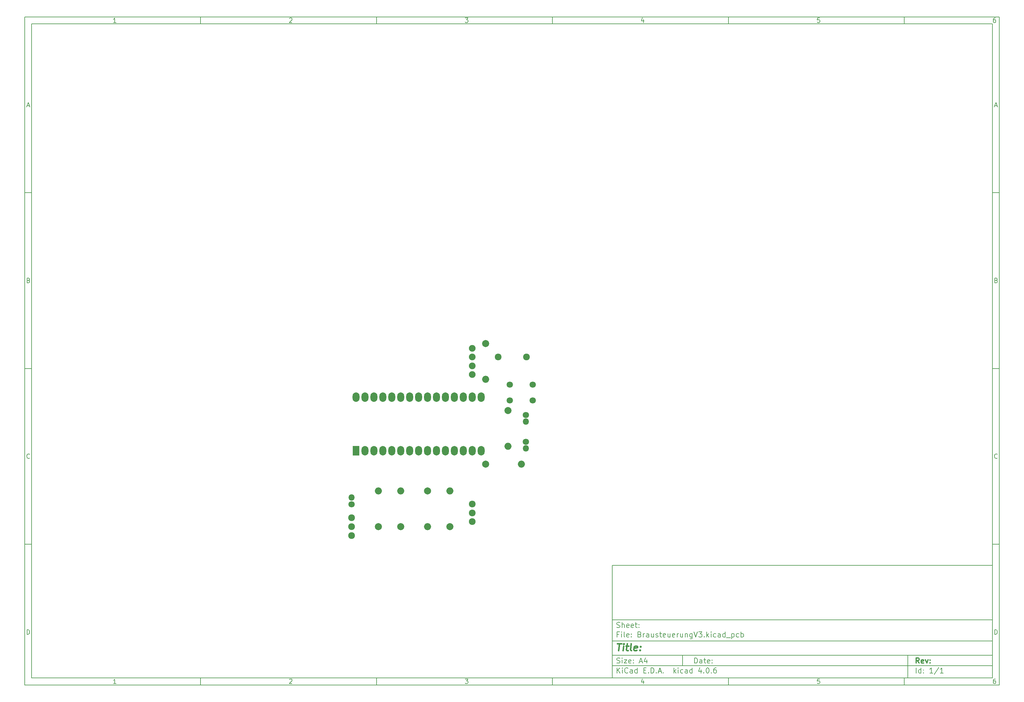
<source format=gbs>
%TF.GenerationSoftware,KiCad,Pcbnew,4.0.6*%
%TF.CreationDate,2018-01-11T13:18:02+01:00*%
%TF.ProjectId,BrausteuerungV3,42726175737465756572756E6756332E,rev?*%
%TF.FileFunction,Soldermask,Bot*%
%FSLAX46Y46*%
G04 Gerber Fmt 4.6, Leading zero omitted, Abs format (unit mm)*
G04 Created by KiCad (PCBNEW 4.0.6) date 01/11/18 13:18:02*
%MOMM*%
%LPD*%
G01*
G04 APERTURE LIST*
%ADD10C,0.100000*%
%ADD11C,0.150000*%
%ADD12C,0.300000*%
%ADD13C,0.400000*%
%ADD14C,1.924000*%
%ADD15C,2.000000*%
%ADD16O,2.000000X2.000000*%
%ADD17C,1.800000*%
%ADD18O,1.800000X1.800000*%
%ADD19C,1.900000*%
%ADD20R,1.974800X2.686000*%
%ADD21O,1.974800X2.686000*%
G04 APERTURE END LIST*
D10*
D11*
X177002200Y-166007200D02*
X177002200Y-198007200D01*
X285002200Y-198007200D01*
X285002200Y-166007200D01*
X177002200Y-166007200D01*
D10*
D11*
X10000000Y-10000000D02*
X10000000Y-200007200D01*
X287002200Y-200007200D01*
X287002200Y-10000000D01*
X10000000Y-10000000D01*
D10*
D11*
X12000000Y-12000000D02*
X12000000Y-198007200D01*
X285002200Y-198007200D01*
X285002200Y-12000000D01*
X12000000Y-12000000D01*
D10*
D11*
X60000000Y-12000000D02*
X60000000Y-10000000D01*
D10*
D11*
X110000000Y-12000000D02*
X110000000Y-10000000D01*
D10*
D11*
X160000000Y-12000000D02*
X160000000Y-10000000D01*
D10*
D11*
X210000000Y-12000000D02*
X210000000Y-10000000D01*
D10*
D11*
X260000000Y-12000000D02*
X260000000Y-10000000D01*
D10*
D11*
X35990476Y-11588095D02*
X35247619Y-11588095D01*
X35619048Y-11588095D02*
X35619048Y-10288095D01*
X35495238Y-10473810D01*
X35371429Y-10597619D01*
X35247619Y-10659524D01*
D10*
D11*
X85247619Y-10411905D02*
X85309524Y-10350000D01*
X85433333Y-10288095D01*
X85742857Y-10288095D01*
X85866667Y-10350000D01*
X85928571Y-10411905D01*
X85990476Y-10535714D01*
X85990476Y-10659524D01*
X85928571Y-10845238D01*
X85185714Y-11588095D01*
X85990476Y-11588095D01*
D10*
D11*
X135185714Y-10288095D02*
X135990476Y-10288095D01*
X135557143Y-10783333D01*
X135742857Y-10783333D01*
X135866667Y-10845238D01*
X135928571Y-10907143D01*
X135990476Y-11030952D01*
X135990476Y-11340476D01*
X135928571Y-11464286D01*
X135866667Y-11526190D01*
X135742857Y-11588095D01*
X135371429Y-11588095D01*
X135247619Y-11526190D01*
X135185714Y-11464286D01*
D10*
D11*
X185866667Y-10721429D02*
X185866667Y-11588095D01*
X185557143Y-10226190D02*
X185247619Y-11154762D01*
X186052381Y-11154762D01*
D10*
D11*
X235928571Y-10288095D02*
X235309524Y-10288095D01*
X235247619Y-10907143D01*
X235309524Y-10845238D01*
X235433333Y-10783333D01*
X235742857Y-10783333D01*
X235866667Y-10845238D01*
X235928571Y-10907143D01*
X235990476Y-11030952D01*
X235990476Y-11340476D01*
X235928571Y-11464286D01*
X235866667Y-11526190D01*
X235742857Y-11588095D01*
X235433333Y-11588095D01*
X235309524Y-11526190D01*
X235247619Y-11464286D01*
D10*
D11*
X285866667Y-10288095D02*
X285619048Y-10288095D01*
X285495238Y-10350000D01*
X285433333Y-10411905D01*
X285309524Y-10597619D01*
X285247619Y-10845238D01*
X285247619Y-11340476D01*
X285309524Y-11464286D01*
X285371429Y-11526190D01*
X285495238Y-11588095D01*
X285742857Y-11588095D01*
X285866667Y-11526190D01*
X285928571Y-11464286D01*
X285990476Y-11340476D01*
X285990476Y-11030952D01*
X285928571Y-10907143D01*
X285866667Y-10845238D01*
X285742857Y-10783333D01*
X285495238Y-10783333D01*
X285371429Y-10845238D01*
X285309524Y-10907143D01*
X285247619Y-11030952D01*
D10*
D11*
X60000000Y-198007200D02*
X60000000Y-200007200D01*
D10*
D11*
X110000000Y-198007200D02*
X110000000Y-200007200D01*
D10*
D11*
X160000000Y-198007200D02*
X160000000Y-200007200D01*
D10*
D11*
X210000000Y-198007200D02*
X210000000Y-200007200D01*
D10*
D11*
X260000000Y-198007200D02*
X260000000Y-200007200D01*
D10*
D11*
X35990476Y-199595295D02*
X35247619Y-199595295D01*
X35619048Y-199595295D02*
X35619048Y-198295295D01*
X35495238Y-198481010D01*
X35371429Y-198604819D01*
X35247619Y-198666724D01*
D10*
D11*
X85247619Y-198419105D02*
X85309524Y-198357200D01*
X85433333Y-198295295D01*
X85742857Y-198295295D01*
X85866667Y-198357200D01*
X85928571Y-198419105D01*
X85990476Y-198542914D01*
X85990476Y-198666724D01*
X85928571Y-198852438D01*
X85185714Y-199595295D01*
X85990476Y-199595295D01*
D10*
D11*
X135185714Y-198295295D02*
X135990476Y-198295295D01*
X135557143Y-198790533D01*
X135742857Y-198790533D01*
X135866667Y-198852438D01*
X135928571Y-198914343D01*
X135990476Y-199038152D01*
X135990476Y-199347676D01*
X135928571Y-199471486D01*
X135866667Y-199533390D01*
X135742857Y-199595295D01*
X135371429Y-199595295D01*
X135247619Y-199533390D01*
X135185714Y-199471486D01*
D10*
D11*
X185866667Y-198728629D02*
X185866667Y-199595295D01*
X185557143Y-198233390D02*
X185247619Y-199161962D01*
X186052381Y-199161962D01*
D10*
D11*
X235928571Y-198295295D02*
X235309524Y-198295295D01*
X235247619Y-198914343D01*
X235309524Y-198852438D01*
X235433333Y-198790533D01*
X235742857Y-198790533D01*
X235866667Y-198852438D01*
X235928571Y-198914343D01*
X235990476Y-199038152D01*
X235990476Y-199347676D01*
X235928571Y-199471486D01*
X235866667Y-199533390D01*
X235742857Y-199595295D01*
X235433333Y-199595295D01*
X235309524Y-199533390D01*
X235247619Y-199471486D01*
D10*
D11*
X285866667Y-198295295D02*
X285619048Y-198295295D01*
X285495238Y-198357200D01*
X285433333Y-198419105D01*
X285309524Y-198604819D01*
X285247619Y-198852438D01*
X285247619Y-199347676D01*
X285309524Y-199471486D01*
X285371429Y-199533390D01*
X285495238Y-199595295D01*
X285742857Y-199595295D01*
X285866667Y-199533390D01*
X285928571Y-199471486D01*
X285990476Y-199347676D01*
X285990476Y-199038152D01*
X285928571Y-198914343D01*
X285866667Y-198852438D01*
X285742857Y-198790533D01*
X285495238Y-198790533D01*
X285371429Y-198852438D01*
X285309524Y-198914343D01*
X285247619Y-199038152D01*
D10*
D11*
X10000000Y-60000000D02*
X12000000Y-60000000D01*
D10*
D11*
X10000000Y-110000000D02*
X12000000Y-110000000D01*
D10*
D11*
X10000000Y-160000000D02*
X12000000Y-160000000D01*
D10*
D11*
X10690476Y-35216667D02*
X11309524Y-35216667D01*
X10566667Y-35588095D02*
X11000000Y-34288095D01*
X11433333Y-35588095D01*
D10*
D11*
X11092857Y-84907143D02*
X11278571Y-84969048D01*
X11340476Y-85030952D01*
X11402381Y-85154762D01*
X11402381Y-85340476D01*
X11340476Y-85464286D01*
X11278571Y-85526190D01*
X11154762Y-85588095D01*
X10659524Y-85588095D01*
X10659524Y-84288095D01*
X11092857Y-84288095D01*
X11216667Y-84350000D01*
X11278571Y-84411905D01*
X11340476Y-84535714D01*
X11340476Y-84659524D01*
X11278571Y-84783333D01*
X11216667Y-84845238D01*
X11092857Y-84907143D01*
X10659524Y-84907143D01*
D10*
D11*
X11402381Y-135464286D02*
X11340476Y-135526190D01*
X11154762Y-135588095D01*
X11030952Y-135588095D01*
X10845238Y-135526190D01*
X10721429Y-135402381D01*
X10659524Y-135278571D01*
X10597619Y-135030952D01*
X10597619Y-134845238D01*
X10659524Y-134597619D01*
X10721429Y-134473810D01*
X10845238Y-134350000D01*
X11030952Y-134288095D01*
X11154762Y-134288095D01*
X11340476Y-134350000D01*
X11402381Y-134411905D01*
D10*
D11*
X10659524Y-185588095D02*
X10659524Y-184288095D01*
X10969048Y-184288095D01*
X11154762Y-184350000D01*
X11278571Y-184473810D01*
X11340476Y-184597619D01*
X11402381Y-184845238D01*
X11402381Y-185030952D01*
X11340476Y-185278571D01*
X11278571Y-185402381D01*
X11154762Y-185526190D01*
X10969048Y-185588095D01*
X10659524Y-185588095D01*
D10*
D11*
X287002200Y-60000000D02*
X285002200Y-60000000D01*
D10*
D11*
X287002200Y-110000000D02*
X285002200Y-110000000D01*
D10*
D11*
X287002200Y-160000000D02*
X285002200Y-160000000D01*
D10*
D11*
X285692676Y-35216667D02*
X286311724Y-35216667D01*
X285568867Y-35588095D02*
X286002200Y-34288095D01*
X286435533Y-35588095D01*
D10*
D11*
X286095057Y-84907143D02*
X286280771Y-84969048D01*
X286342676Y-85030952D01*
X286404581Y-85154762D01*
X286404581Y-85340476D01*
X286342676Y-85464286D01*
X286280771Y-85526190D01*
X286156962Y-85588095D01*
X285661724Y-85588095D01*
X285661724Y-84288095D01*
X286095057Y-84288095D01*
X286218867Y-84350000D01*
X286280771Y-84411905D01*
X286342676Y-84535714D01*
X286342676Y-84659524D01*
X286280771Y-84783333D01*
X286218867Y-84845238D01*
X286095057Y-84907143D01*
X285661724Y-84907143D01*
D10*
D11*
X286404581Y-135464286D02*
X286342676Y-135526190D01*
X286156962Y-135588095D01*
X286033152Y-135588095D01*
X285847438Y-135526190D01*
X285723629Y-135402381D01*
X285661724Y-135278571D01*
X285599819Y-135030952D01*
X285599819Y-134845238D01*
X285661724Y-134597619D01*
X285723629Y-134473810D01*
X285847438Y-134350000D01*
X286033152Y-134288095D01*
X286156962Y-134288095D01*
X286342676Y-134350000D01*
X286404581Y-134411905D01*
D10*
D11*
X285661724Y-185588095D02*
X285661724Y-184288095D01*
X285971248Y-184288095D01*
X286156962Y-184350000D01*
X286280771Y-184473810D01*
X286342676Y-184597619D01*
X286404581Y-184845238D01*
X286404581Y-185030952D01*
X286342676Y-185278571D01*
X286280771Y-185402381D01*
X286156962Y-185526190D01*
X285971248Y-185588095D01*
X285661724Y-185588095D01*
D10*
D11*
X200359343Y-193785771D02*
X200359343Y-192285771D01*
X200716486Y-192285771D01*
X200930771Y-192357200D01*
X201073629Y-192500057D01*
X201145057Y-192642914D01*
X201216486Y-192928629D01*
X201216486Y-193142914D01*
X201145057Y-193428629D01*
X201073629Y-193571486D01*
X200930771Y-193714343D01*
X200716486Y-193785771D01*
X200359343Y-193785771D01*
X202502200Y-193785771D02*
X202502200Y-193000057D01*
X202430771Y-192857200D01*
X202287914Y-192785771D01*
X202002200Y-192785771D01*
X201859343Y-192857200D01*
X202502200Y-193714343D02*
X202359343Y-193785771D01*
X202002200Y-193785771D01*
X201859343Y-193714343D01*
X201787914Y-193571486D01*
X201787914Y-193428629D01*
X201859343Y-193285771D01*
X202002200Y-193214343D01*
X202359343Y-193214343D01*
X202502200Y-193142914D01*
X203002200Y-192785771D02*
X203573629Y-192785771D01*
X203216486Y-192285771D02*
X203216486Y-193571486D01*
X203287914Y-193714343D01*
X203430772Y-193785771D01*
X203573629Y-193785771D01*
X204645057Y-193714343D02*
X204502200Y-193785771D01*
X204216486Y-193785771D01*
X204073629Y-193714343D01*
X204002200Y-193571486D01*
X204002200Y-193000057D01*
X204073629Y-192857200D01*
X204216486Y-192785771D01*
X204502200Y-192785771D01*
X204645057Y-192857200D01*
X204716486Y-193000057D01*
X204716486Y-193142914D01*
X204002200Y-193285771D01*
X205359343Y-193642914D02*
X205430771Y-193714343D01*
X205359343Y-193785771D01*
X205287914Y-193714343D01*
X205359343Y-193642914D01*
X205359343Y-193785771D01*
X205359343Y-192857200D02*
X205430771Y-192928629D01*
X205359343Y-193000057D01*
X205287914Y-192928629D01*
X205359343Y-192857200D01*
X205359343Y-193000057D01*
D10*
D11*
X177002200Y-194507200D02*
X285002200Y-194507200D01*
D10*
D11*
X178359343Y-196585771D02*
X178359343Y-195085771D01*
X179216486Y-196585771D02*
X178573629Y-195728629D01*
X179216486Y-195085771D02*
X178359343Y-195942914D01*
X179859343Y-196585771D02*
X179859343Y-195585771D01*
X179859343Y-195085771D02*
X179787914Y-195157200D01*
X179859343Y-195228629D01*
X179930771Y-195157200D01*
X179859343Y-195085771D01*
X179859343Y-195228629D01*
X181430772Y-196442914D02*
X181359343Y-196514343D01*
X181145057Y-196585771D01*
X181002200Y-196585771D01*
X180787915Y-196514343D01*
X180645057Y-196371486D01*
X180573629Y-196228629D01*
X180502200Y-195942914D01*
X180502200Y-195728629D01*
X180573629Y-195442914D01*
X180645057Y-195300057D01*
X180787915Y-195157200D01*
X181002200Y-195085771D01*
X181145057Y-195085771D01*
X181359343Y-195157200D01*
X181430772Y-195228629D01*
X182716486Y-196585771D02*
X182716486Y-195800057D01*
X182645057Y-195657200D01*
X182502200Y-195585771D01*
X182216486Y-195585771D01*
X182073629Y-195657200D01*
X182716486Y-196514343D02*
X182573629Y-196585771D01*
X182216486Y-196585771D01*
X182073629Y-196514343D01*
X182002200Y-196371486D01*
X182002200Y-196228629D01*
X182073629Y-196085771D01*
X182216486Y-196014343D01*
X182573629Y-196014343D01*
X182716486Y-195942914D01*
X184073629Y-196585771D02*
X184073629Y-195085771D01*
X184073629Y-196514343D02*
X183930772Y-196585771D01*
X183645058Y-196585771D01*
X183502200Y-196514343D01*
X183430772Y-196442914D01*
X183359343Y-196300057D01*
X183359343Y-195871486D01*
X183430772Y-195728629D01*
X183502200Y-195657200D01*
X183645058Y-195585771D01*
X183930772Y-195585771D01*
X184073629Y-195657200D01*
X185930772Y-195800057D02*
X186430772Y-195800057D01*
X186645058Y-196585771D02*
X185930772Y-196585771D01*
X185930772Y-195085771D01*
X186645058Y-195085771D01*
X187287915Y-196442914D02*
X187359343Y-196514343D01*
X187287915Y-196585771D01*
X187216486Y-196514343D01*
X187287915Y-196442914D01*
X187287915Y-196585771D01*
X188002201Y-196585771D02*
X188002201Y-195085771D01*
X188359344Y-195085771D01*
X188573629Y-195157200D01*
X188716487Y-195300057D01*
X188787915Y-195442914D01*
X188859344Y-195728629D01*
X188859344Y-195942914D01*
X188787915Y-196228629D01*
X188716487Y-196371486D01*
X188573629Y-196514343D01*
X188359344Y-196585771D01*
X188002201Y-196585771D01*
X189502201Y-196442914D02*
X189573629Y-196514343D01*
X189502201Y-196585771D01*
X189430772Y-196514343D01*
X189502201Y-196442914D01*
X189502201Y-196585771D01*
X190145058Y-196157200D02*
X190859344Y-196157200D01*
X190002201Y-196585771D02*
X190502201Y-195085771D01*
X191002201Y-196585771D01*
X191502201Y-196442914D02*
X191573629Y-196514343D01*
X191502201Y-196585771D01*
X191430772Y-196514343D01*
X191502201Y-196442914D01*
X191502201Y-196585771D01*
X194502201Y-196585771D02*
X194502201Y-195085771D01*
X194645058Y-196014343D02*
X195073629Y-196585771D01*
X195073629Y-195585771D02*
X194502201Y-196157200D01*
X195716487Y-196585771D02*
X195716487Y-195585771D01*
X195716487Y-195085771D02*
X195645058Y-195157200D01*
X195716487Y-195228629D01*
X195787915Y-195157200D01*
X195716487Y-195085771D01*
X195716487Y-195228629D01*
X197073630Y-196514343D02*
X196930773Y-196585771D01*
X196645059Y-196585771D01*
X196502201Y-196514343D01*
X196430773Y-196442914D01*
X196359344Y-196300057D01*
X196359344Y-195871486D01*
X196430773Y-195728629D01*
X196502201Y-195657200D01*
X196645059Y-195585771D01*
X196930773Y-195585771D01*
X197073630Y-195657200D01*
X198359344Y-196585771D02*
X198359344Y-195800057D01*
X198287915Y-195657200D01*
X198145058Y-195585771D01*
X197859344Y-195585771D01*
X197716487Y-195657200D01*
X198359344Y-196514343D02*
X198216487Y-196585771D01*
X197859344Y-196585771D01*
X197716487Y-196514343D01*
X197645058Y-196371486D01*
X197645058Y-196228629D01*
X197716487Y-196085771D01*
X197859344Y-196014343D01*
X198216487Y-196014343D01*
X198359344Y-195942914D01*
X199716487Y-196585771D02*
X199716487Y-195085771D01*
X199716487Y-196514343D02*
X199573630Y-196585771D01*
X199287916Y-196585771D01*
X199145058Y-196514343D01*
X199073630Y-196442914D01*
X199002201Y-196300057D01*
X199002201Y-195871486D01*
X199073630Y-195728629D01*
X199145058Y-195657200D01*
X199287916Y-195585771D01*
X199573630Y-195585771D01*
X199716487Y-195657200D01*
X202216487Y-195585771D02*
X202216487Y-196585771D01*
X201859344Y-195014343D02*
X201502201Y-196085771D01*
X202430773Y-196085771D01*
X203002201Y-196442914D02*
X203073629Y-196514343D01*
X203002201Y-196585771D01*
X202930772Y-196514343D01*
X203002201Y-196442914D01*
X203002201Y-196585771D01*
X204002201Y-195085771D02*
X204145058Y-195085771D01*
X204287915Y-195157200D01*
X204359344Y-195228629D01*
X204430773Y-195371486D01*
X204502201Y-195657200D01*
X204502201Y-196014343D01*
X204430773Y-196300057D01*
X204359344Y-196442914D01*
X204287915Y-196514343D01*
X204145058Y-196585771D01*
X204002201Y-196585771D01*
X203859344Y-196514343D01*
X203787915Y-196442914D01*
X203716487Y-196300057D01*
X203645058Y-196014343D01*
X203645058Y-195657200D01*
X203716487Y-195371486D01*
X203787915Y-195228629D01*
X203859344Y-195157200D01*
X204002201Y-195085771D01*
X205145058Y-196442914D02*
X205216486Y-196514343D01*
X205145058Y-196585771D01*
X205073629Y-196514343D01*
X205145058Y-196442914D01*
X205145058Y-196585771D01*
X206502201Y-195085771D02*
X206216487Y-195085771D01*
X206073630Y-195157200D01*
X206002201Y-195228629D01*
X205859344Y-195442914D01*
X205787915Y-195728629D01*
X205787915Y-196300057D01*
X205859344Y-196442914D01*
X205930772Y-196514343D01*
X206073630Y-196585771D01*
X206359344Y-196585771D01*
X206502201Y-196514343D01*
X206573630Y-196442914D01*
X206645058Y-196300057D01*
X206645058Y-195942914D01*
X206573630Y-195800057D01*
X206502201Y-195728629D01*
X206359344Y-195657200D01*
X206073630Y-195657200D01*
X205930772Y-195728629D01*
X205859344Y-195800057D01*
X205787915Y-195942914D01*
D10*
D11*
X177002200Y-191507200D02*
X285002200Y-191507200D01*
D10*
D12*
X264216486Y-193785771D02*
X263716486Y-193071486D01*
X263359343Y-193785771D02*
X263359343Y-192285771D01*
X263930771Y-192285771D01*
X264073629Y-192357200D01*
X264145057Y-192428629D01*
X264216486Y-192571486D01*
X264216486Y-192785771D01*
X264145057Y-192928629D01*
X264073629Y-193000057D01*
X263930771Y-193071486D01*
X263359343Y-193071486D01*
X265430771Y-193714343D02*
X265287914Y-193785771D01*
X265002200Y-193785771D01*
X264859343Y-193714343D01*
X264787914Y-193571486D01*
X264787914Y-193000057D01*
X264859343Y-192857200D01*
X265002200Y-192785771D01*
X265287914Y-192785771D01*
X265430771Y-192857200D01*
X265502200Y-193000057D01*
X265502200Y-193142914D01*
X264787914Y-193285771D01*
X266002200Y-192785771D02*
X266359343Y-193785771D01*
X266716485Y-192785771D01*
X267287914Y-193642914D02*
X267359342Y-193714343D01*
X267287914Y-193785771D01*
X267216485Y-193714343D01*
X267287914Y-193642914D01*
X267287914Y-193785771D01*
X267287914Y-192857200D02*
X267359342Y-192928629D01*
X267287914Y-193000057D01*
X267216485Y-192928629D01*
X267287914Y-192857200D01*
X267287914Y-193000057D01*
D10*
D11*
X178287914Y-193714343D02*
X178502200Y-193785771D01*
X178859343Y-193785771D01*
X179002200Y-193714343D01*
X179073629Y-193642914D01*
X179145057Y-193500057D01*
X179145057Y-193357200D01*
X179073629Y-193214343D01*
X179002200Y-193142914D01*
X178859343Y-193071486D01*
X178573629Y-193000057D01*
X178430771Y-192928629D01*
X178359343Y-192857200D01*
X178287914Y-192714343D01*
X178287914Y-192571486D01*
X178359343Y-192428629D01*
X178430771Y-192357200D01*
X178573629Y-192285771D01*
X178930771Y-192285771D01*
X179145057Y-192357200D01*
X179787914Y-193785771D02*
X179787914Y-192785771D01*
X179787914Y-192285771D02*
X179716485Y-192357200D01*
X179787914Y-192428629D01*
X179859342Y-192357200D01*
X179787914Y-192285771D01*
X179787914Y-192428629D01*
X180359343Y-192785771D02*
X181145057Y-192785771D01*
X180359343Y-193785771D01*
X181145057Y-193785771D01*
X182287914Y-193714343D02*
X182145057Y-193785771D01*
X181859343Y-193785771D01*
X181716486Y-193714343D01*
X181645057Y-193571486D01*
X181645057Y-193000057D01*
X181716486Y-192857200D01*
X181859343Y-192785771D01*
X182145057Y-192785771D01*
X182287914Y-192857200D01*
X182359343Y-193000057D01*
X182359343Y-193142914D01*
X181645057Y-193285771D01*
X183002200Y-193642914D02*
X183073628Y-193714343D01*
X183002200Y-193785771D01*
X182930771Y-193714343D01*
X183002200Y-193642914D01*
X183002200Y-193785771D01*
X183002200Y-192857200D02*
X183073628Y-192928629D01*
X183002200Y-193000057D01*
X182930771Y-192928629D01*
X183002200Y-192857200D01*
X183002200Y-193000057D01*
X184787914Y-193357200D02*
X185502200Y-193357200D01*
X184645057Y-193785771D02*
X185145057Y-192285771D01*
X185645057Y-193785771D01*
X186787914Y-192785771D02*
X186787914Y-193785771D01*
X186430771Y-192214343D02*
X186073628Y-193285771D01*
X187002200Y-193285771D01*
D10*
D11*
X263359343Y-196585771D02*
X263359343Y-195085771D01*
X264716486Y-196585771D02*
X264716486Y-195085771D01*
X264716486Y-196514343D02*
X264573629Y-196585771D01*
X264287915Y-196585771D01*
X264145057Y-196514343D01*
X264073629Y-196442914D01*
X264002200Y-196300057D01*
X264002200Y-195871486D01*
X264073629Y-195728629D01*
X264145057Y-195657200D01*
X264287915Y-195585771D01*
X264573629Y-195585771D01*
X264716486Y-195657200D01*
X265430772Y-196442914D02*
X265502200Y-196514343D01*
X265430772Y-196585771D01*
X265359343Y-196514343D01*
X265430772Y-196442914D01*
X265430772Y-196585771D01*
X265430772Y-195657200D02*
X265502200Y-195728629D01*
X265430772Y-195800057D01*
X265359343Y-195728629D01*
X265430772Y-195657200D01*
X265430772Y-195800057D01*
X268073629Y-196585771D02*
X267216486Y-196585771D01*
X267645058Y-196585771D02*
X267645058Y-195085771D01*
X267502201Y-195300057D01*
X267359343Y-195442914D01*
X267216486Y-195514343D01*
X269787914Y-195014343D02*
X268502200Y-196942914D01*
X271073629Y-196585771D02*
X270216486Y-196585771D01*
X270645058Y-196585771D02*
X270645058Y-195085771D01*
X270502201Y-195300057D01*
X270359343Y-195442914D01*
X270216486Y-195514343D01*
D10*
D11*
X177002200Y-187507200D02*
X285002200Y-187507200D01*
D10*
D13*
X178454581Y-188211962D02*
X179597438Y-188211962D01*
X178776010Y-190211962D02*
X179026010Y-188211962D01*
X180014105Y-190211962D02*
X180180771Y-188878629D01*
X180264105Y-188211962D02*
X180156962Y-188307200D01*
X180240295Y-188402438D01*
X180347439Y-188307200D01*
X180264105Y-188211962D01*
X180240295Y-188402438D01*
X180847438Y-188878629D02*
X181609343Y-188878629D01*
X181216486Y-188211962D02*
X181002200Y-189926248D01*
X181073630Y-190116724D01*
X181252201Y-190211962D01*
X181442677Y-190211962D01*
X182395058Y-190211962D02*
X182216487Y-190116724D01*
X182145057Y-189926248D01*
X182359343Y-188211962D01*
X183930772Y-190116724D02*
X183728391Y-190211962D01*
X183347439Y-190211962D01*
X183168867Y-190116724D01*
X183097438Y-189926248D01*
X183192676Y-189164343D01*
X183311724Y-188973867D01*
X183514105Y-188878629D01*
X183895057Y-188878629D01*
X184073629Y-188973867D01*
X184145057Y-189164343D01*
X184121248Y-189354819D01*
X183145057Y-189545295D01*
X184895057Y-190021486D02*
X184978392Y-190116724D01*
X184871248Y-190211962D01*
X184787915Y-190116724D01*
X184895057Y-190021486D01*
X184871248Y-190211962D01*
X185026010Y-188973867D02*
X185109344Y-189069105D01*
X185002200Y-189164343D01*
X184918867Y-189069105D01*
X185026010Y-188973867D01*
X185002200Y-189164343D01*
D10*
D11*
X178859343Y-185600057D02*
X178359343Y-185600057D01*
X178359343Y-186385771D02*
X178359343Y-184885771D01*
X179073629Y-184885771D01*
X179645057Y-186385771D02*
X179645057Y-185385771D01*
X179645057Y-184885771D02*
X179573628Y-184957200D01*
X179645057Y-185028629D01*
X179716485Y-184957200D01*
X179645057Y-184885771D01*
X179645057Y-185028629D01*
X180573629Y-186385771D02*
X180430771Y-186314343D01*
X180359343Y-186171486D01*
X180359343Y-184885771D01*
X181716485Y-186314343D02*
X181573628Y-186385771D01*
X181287914Y-186385771D01*
X181145057Y-186314343D01*
X181073628Y-186171486D01*
X181073628Y-185600057D01*
X181145057Y-185457200D01*
X181287914Y-185385771D01*
X181573628Y-185385771D01*
X181716485Y-185457200D01*
X181787914Y-185600057D01*
X181787914Y-185742914D01*
X181073628Y-185885771D01*
X182430771Y-186242914D02*
X182502199Y-186314343D01*
X182430771Y-186385771D01*
X182359342Y-186314343D01*
X182430771Y-186242914D01*
X182430771Y-186385771D01*
X182430771Y-185457200D02*
X182502199Y-185528629D01*
X182430771Y-185600057D01*
X182359342Y-185528629D01*
X182430771Y-185457200D01*
X182430771Y-185600057D01*
X184787914Y-185600057D02*
X185002200Y-185671486D01*
X185073628Y-185742914D01*
X185145057Y-185885771D01*
X185145057Y-186100057D01*
X185073628Y-186242914D01*
X185002200Y-186314343D01*
X184859342Y-186385771D01*
X184287914Y-186385771D01*
X184287914Y-184885771D01*
X184787914Y-184885771D01*
X184930771Y-184957200D01*
X185002200Y-185028629D01*
X185073628Y-185171486D01*
X185073628Y-185314343D01*
X185002200Y-185457200D01*
X184930771Y-185528629D01*
X184787914Y-185600057D01*
X184287914Y-185600057D01*
X185787914Y-186385771D02*
X185787914Y-185385771D01*
X185787914Y-185671486D02*
X185859342Y-185528629D01*
X185930771Y-185457200D01*
X186073628Y-185385771D01*
X186216485Y-185385771D01*
X187359342Y-186385771D02*
X187359342Y-185600057D01*
X187287913Y-185457200D01*
X187145056Y-185385771D01*
X186859342Y-185385771D01*
X186716485Y-185457200D01*
X187359342Y-186314343D02*
X187216485Y-186385771D01*
X186859342Y-186385771D01*
X186716485Y-186314343D01*
X186645056Y-186171486D01*
X186645056Y-186028629D01*
X186716485Y-185885771D01*
X186859342Y-185814343D01*
X187216485Y-185814343D01*
X187359342Y-185742914D01*
X188716485Y-185385771D02*
X188716485Y-186385771D01*
X188073628Y-185385771D02*
X188073628Y-186171486D01*
X188145056Y-186314343D01*
X188287914Y-186385771D01*
X188502199Y-186385771D01*
X188645056Y-186314343D01*
X188716485Y-186242914D01*
X189359342Y-186314343D02*
X189502199Y-186385771D01*
X189787914Y-186385771D01*
X189930771Y-186314343D01*
X190002199Y-186171486D01*
X190002199Y-186100057D01*
X189930771Y-185957200D01*
X189787914Y-185885771D01*
X189573628Y-185885771D01*
X189430771Y-185814343D01*
X189359342Y-185671486D01*
X189359342Y-185600057D01*
X189430771Y-185457200D01*
X189573628Y-185385771D01*
X189787914Y-185385771D01*
X189930771Y-185457200D01*
X190430771Y-185385771D02*
X191002200Y-185385771D01*
X190645057Y-184885771D02*
X190645057Y-186171486D01*
X190716485Y-186314343D01*
X190859343Y-186385771D01*
X191002200Y-186385771D01*
X192073628Y-186314343D02*
X191930771Y-186385771D01*
X191645057Y-186385771D01*
X191502200Y-186314343D01*
X191430771Y-186171486D01*
X191430771Y-185600057D01*
X191502200Y-185457200D01*
X191645057Y-185385771D01*
X191930771Y-185385771D01*
X192073628Y-185457200D01*
X192145057Y-185600057D01*
X192145057Y-185742914D01*
X191430771Y-185885771D01*
X193430771Y-185385771D02*
X193430771Y-186385771D01*
X192787914Y-185385771D02*
X192787914Y-186171486D01*
X192859342Y-186314343D01*
X193002200Y-186385771D01*
X193216485Y-186385771D01*
X193359342Y-186314343D01*
X193430771Y-186242914D01*
X194716485Y-186314343D02*
X194573628Y-186385771D01*
X194287914Y-186385771D01*
X194145057Y-186314343D01*
X194073628Y-186171486D01*
X194073628Y-185600057D01*
X194145057Y-185457200D01*
X194287914Y-185385771D01*
X194573628Y-185385771D01*
X194716485Y-185457200D01*
X194787914Y-185600057D01*
X194787914Y-185742914D01*
X194073628Y-185885771D01*
X195430771Y-186385771D02*
X195430771Y-185385771D01*
X195430771Y-185671486D02*
X195502199Y-185528629D01*
X195573628Y-185457200D01*
X195716485Y-185385771D01*
X195859342Y-185385771D01*
X197002199Y-185385771D02*
X197002199Y-186385771D01*
X196359342Y-185385771D02*
X196359342Y-186171486D01*
X196430770Y-186314343D01*
X196573628Y-186385771D01*
X196787913Y-186385771D01*
X196930770Y-186314343D01*
X197002199Y-186242914D01*
X197716485Y-185385771D02*
X197716485Y-186385771D01*
X197716485Y-185528629D02*
X197787913Y-185457200D01*
X197930771Y-185385771D01*
X198145056Y-185385771D01*
X198287913Y-185457200D01*
X198359342Y-185600057D01*
X198359342Y-186385771D01*
X199716485Y-185385771D02*
X199716485Y-186600057D01*
X199645056Y-186742914D01*
X199573628Y-186814343D01*
X199430771Y-186885771D01*
X199216485Y-186885771D01*
X199073628Y-186814343D01*
X199716485Y-186314343D02*
X199573628Y-186385771D01*
X199287914Y-186385771D01*
X199145056Y-186314343D01*
X199073628Y-186242914D01*
X199002199Y-186100057D01*
X199002199Y-185671486D01*
X199073628Y-185528629D01*
X199145056Y-185457200D01*
X199287914Y-185385771D01*
X199573628Y-185385771D01*
X199716485Y-185457200D01*
X200216485Y-184885771D02*
X200716485Y-186385771D01*
X201216485Y-184885771D01*
X201573628Y-184885771D02*
X202502199Y-184885771D01*
X202002199Y-185457200D01*
X202216485Y-185457200D01*
X202359342Y-185528629D01*
X202430771Y-185600057D01*
X202502199Y-185742914D01*
X202502199Y-186100057D01*
X202430771Y-186242914D01*
X202359342Y-186314343D01*
X202216485Y-186385771D01*
X201787913Y-186385771D01*
X201645056Y-186314343D01*
X201573628Y-186242914D01*
X203145056Y-186242914D02*
X203216484Y-186314343D01*
X203145056Y-186385771D01*
X203073627Y-186314343D01*
X203145056Y-186242914D01*
X203145056Y-186385771D01*
X203859342Y-186385771D02*
X203859342Y-184885771D01*
X204002199Y-185814343D02*
X204430770Y-186385771D01*
X204430770Y-185385771D02*
X203859342Y-185957200D01*
X205073628Y-186385771D02*
X205073628Y-185385771D01*
X205073628Y-184885771D02*
X205002199Y-184957200D01*
X205073628Y-185028629D01*
X205145056Y-184957200D01*
X205073628Y-184885771D01*
X205073628Y-185028629D01*
X206430771Y-186314343D02*
X206287914Y-186385771D01*
X206002200Y-186385771D01*
X205859342Y-186314343D01*
X205787914Y-186242914D01*
X205716485Y-186100057D01*
X205716485Y-185671486D01*
X205787914Y-185528629D01*
X205859342Y-185457200D01*
X206002200Y-185385771D01*
X206287914Y-185385771D01*
X206430771Y-185457200D01*
X207716485Y-186385771D02*
X207716485Y-185600057D01*
X207645056Y-185457200D01*
X207502199Y-185385771D01*
X207216485Y-185385771D01*
X207073628Y-185457200D01*
X207716485Y-186314343D02*
X207573628Y-186385771D01*
X207216485Y-186385771D01*
X207073628Y-186314343D01*
X207002199Y-186171486D01*
X207002199Y-186028629D01*
X207073628Y-185885771D01*
X207216485Y-185814343D01*
X207573628Y-185814343D01*
X207716485Y-185742914D01*
X209073628Y-186385771D02*
X209073628Y-184885771D01*
X209073628Y-186314343D02*
X208930771Y-186385771D01*
X208645057Y-186385771D01*
X208502199Y-186314343D01*
X208430771Y-186242914D01*
X208359342Y-186100057D01*
X208359342Y-185671486D01*
X208430771Y-185528629D01*
X208502199Y-185457200D01*
X208645057Y-185385771D01*
X208930771Y-185385771D01*
X209073628Y-185457200D01*
X209430771Y-186528629D02*
X210573628Y-186528629D01*
X210930771Y-185385771D02*
X210930771Y-186885771D01*
X210930771Y-185457200D02*
X211073628Y-185385771D01*
X211359342Y-185385771D01*
X211502199Y-185457200D01*
X211573628Y-185528629D01*
X211645057Y-185671486D01*
X211645057Y-186100057D01*
X211573628Y-186242914D01*
X211502199Y-186314343D01*
X211359342Y-186385771D01*
X211073628Y-186385771D01*
X210930771Y-186314343D01*
X212930771Y-186314343D02*
X212787914Y-186385771D01*
X212502200Y-186385771D01*
X212359342Y-186314343D01*
X212287914Y-186242914D01*
X212216485Y-186100057D01*
X212216485Y-185671486D01*
X212287914Y-185528629D01*
X212359342Y-185457200D01*
X212502200Y-185385771D01*
X212787914Y-185385771D01*
X212930771Y-185457200D01*
X213573628Y-186385771D02*
X213573628Y-184885771D01*
X213573628Y-185457200D02*
X213716485Y-185385771D01*
X214002199Y-185385771D01*
X214145056Y-185457200D01*
X214216485Y-185528629D01*
X214287914Y-185671486D01*
X214287914Y-186100057D01*
X214216485Y-186242914D01*
X214145056Y-186314343D01*
X214002199Y-186385771D01*
X213716485Y-186385771D01*
X213573628Y-186314343D01*
D10*
D11*
X177002200Y-181507200D02*
X285002200Y-181507200D01*
D10*
D11*
X178287914Y-183614343D02*
X178502200Y-183685771D01*
X178859343Y-183685771D01*
X179002200Y-183614343D01*
X179073629Y-183542914D01*
X179145057Y-183400057D01*
X179145057Y-183257200D01*
X179073629Y-183114343D01*
X179002200Y-183042914D01*
X178859343Y-182971486D01*
X178573629Y-182900057D01*
X178430771Y-182828629D01*
X178359343Y-182757200D01*
X178287914Y-182614343D01*
X178287914Y-182471486D01*
X178359343Y-182328629D01*
X178430771Y-182257200D01*
X178573629Y-182185771D01*
X178930771Y-182185771D01*
X179145057Y-182257200D01*
X179787914Y-183685771D02*
X179787914Y-182185771D01*
X180430771Y-183685771D02*
X180430771Y-182900057D01*
X180359342Y-182757200D01*
X180216485Y-182685771D01*
X180002200Y-182685771D01*
X179859342Y-182757200D01*
X179787914Y-182828629D01*
X181716485Y-183614343D02*
X181573628Y-183685771D01*
X181287914Y-183685771D01*
X181145057Y-183614343D01*
X181073628Y-183471486D01*
X181073628Y-182900057D01*
X181145057Y-182757200D01*
X181287914Y-182685771D01*
X181573628Y-182685771D01*
X181716485Y-182757200D01*
X181787914Y-182900057D01*
X181787914Y-183042914D01*
X181073628Y-183185771D01*
X183002199Y-183614343D02*
X182859342Y-183685771D01*
X182573628Y-183685771D01*
X182430771Y-183614343D01*
X182359342Y-183471486D01*
X182359342Y-182900057D01*
X182430771Y-182757200D01*
X182573628Y-182685771D01*
X182859342Y-182685771D01*
X183002199Y-182757200D01*
X183073628Y-182900057D01*
X183073628Y-183042914D01*
X182359342Y-183185771D01*
X183502199Y-182685771D02*
X184073628Y-182685771D01*
X183716485Y-182185771D02*
X183716485Y-183471486D01*
X183787913Y-183614343D01*
X183930771Y-183685771D01*
X184073628Y-183685771D01*
X184573628Y-183542914D02*
X184645056Y-183614343D01*
X184573628Y-183685771D01*
X184502199Y-183614343D01*
X184573628Y-183542914D01*
X184573628Y-183685771D01*
X184573628Y-182757200D02*
X184645056Y-182828629D01*
X184573628Y-182900057D01*
X184502199Y-182828629D01*
X184573628Y-182757200D01*
X184573628Y-182900057D01*
D10*
D11*
X197002200Y-191507200D02*
X197002200Y-194507200D01*
D10*
D11*
X261002200Y-191507200D02*
X261002200Y-198007200D01*
D14*
X137160000Y-148550000D03*
X137160000Y-151050000D03*
X137160000Y-153550000D03*
D15*
X140970000Y-137160000D03*
D16*
X151130000Y-137160000D03*
D17*
X102870000Y-148590000D03*
D18*
X102870000Y-146690000D03*
D14*
X102870000Y-157480000D03*
X102870000Y-154940000D03*
X102870000Y-152400000D03*
D17*
X154380000Y-119090000D03*
X147880000Y-119090000D03*
X147880000Y-114590000D03*
X154380000Y-114590000D03*
D14*
X152590000Y-106680000D03*
X144590000Y-106680000D03*
D19*
X137160000Y-111720000D03*
X137160000Y-109220000D03*
X137160000Y-106720000D03*
X137160000Y-104220000D03*
D17*
X152400000Y-123190000D03*
D18*
X152400000Y-125090000D03*
D17*
X152400000Y-130810000D03*
D18*
X152400000Y-132710000D03*
D15*
X116840000Y-154940000D03*
D16*
X116840000Y-144780000D03*
D15*
X124460000Y-144780000D03*
D16*
X124460000Y-154940000D03*
D15*
X130810000Y-154940000D03*
D16*
X130810000Y-144780000D03*
D15*
X110490000Y-154940000D03*
D16*
X110490000Y-144780000D03*
D15*
X140970000Y-102870000D03*
D16*
X140970000Y-113030000D03*
D15*
X147320000Y-121920000D03*
D16*
X147320000Y-132080000D03*
D20*
X104140000Y-133350000D03*
D21*
X106680000Y-133350000D03*
X109220000Y-133350000D03*
X111760000Y-133350000D03*
X114300000Y-133350000D03*
X116840000Y-133350000D03*
X119380000Y-133350000D03*
X121920000Y-133350000D03*
X124460000Y-133350000D03*
X127000000Y-133350000D03*
X129540000Y-133350000D03*
X132080000Y-133350000D03*
X134620000Y-133350000D03*
X137160000Y-133350000D03*
X139700000Y-133350000D03*
X139700000Y-118110000D03*
X137160000Y-118110000D03*
X134620000Y-118110000D03*
X132080000Y-118110000D03*
X129540000Y-118110000D03*
X127000000Y-118110000D03*
X124460000Y-118110000D03*
X121920000Y-118110000D03*
X119380000Y-118110000D03*
X116840000Y-118110000D03*
X114300000Y-118110000D03*
X111760000Y-118110000D03*
X109220000Y-118110000D03*
X106680000Y-118110000D03*
X104140000Y-118110000D03*
M02*

</source>
